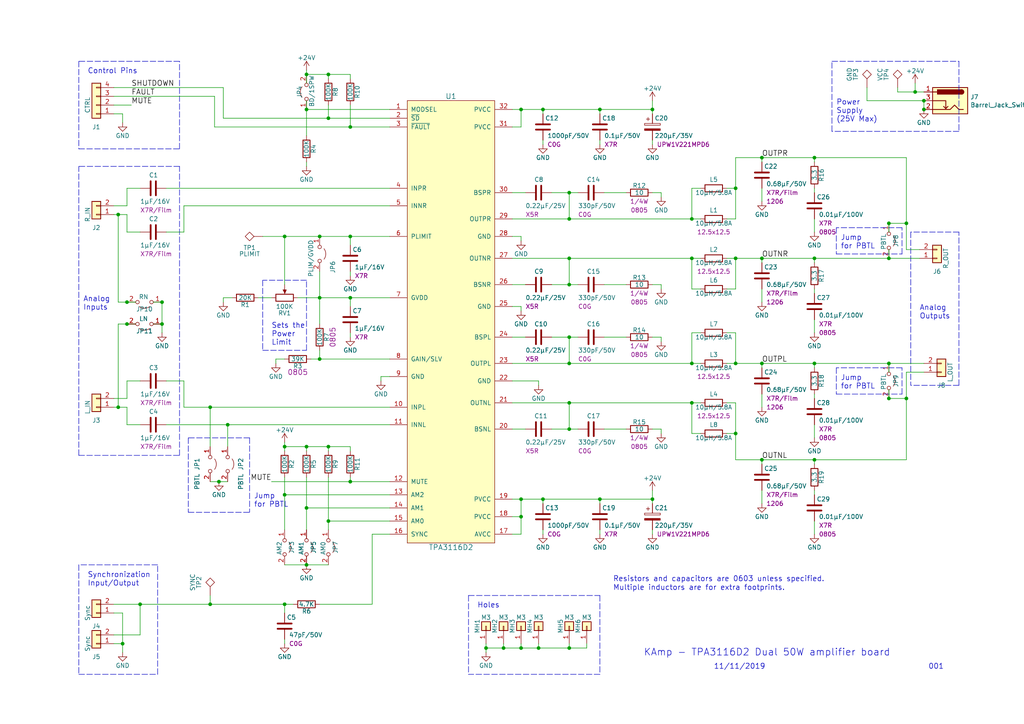
<source format=kicad_sch>
(kicad_sch (version 20210406) (generator eeschema)
  (paper "A4")
  (junction (at 34.29 62.23) (diameter 0.9144))
  (junction (at 34.29 118.11) (diameter 0.9144))
  (junction (at 35.56 186.69) (diameter 0.9144))
  (junction (at 36.83 87.63) (diameter 0.9144))
  (junction (at 36.83 93.98) (diameter 0.9144))
  (junction (at 40.64 175.26) (diameter 0.9144))
  (junction (at 46.99 87.63) (diameter 0.9144))
  (junction (at 46.99 93.98) (diameter 0.9144))
  (junction (at 60.96 118.11) (diameter 0.9144))
  (junction (at 60.96 175.26) (diameter 0.9144))
  (junction (at 63.5 139.7) (diameter 0.9144))
  (junction (at 66.04 123.19) (diameter 0.9144))
  (junction (at 82.55 68.58) (diameter 0.9144))
  (junction (at 82.55 129.54) (diameter 0.9144))
  (junction (at 82.55 143.51) (diameter 0.9144))
  (junction (at 82.55 175.26) (diameter 0.9144))
  (junction (at 88.9 21.59) (diameter 0.9144))
  (junction (at 88.9 31.75) (diameter 0.9144))
  (junction (at 88.9 129.54) (diameter 0.9144))
  (junction (at 88.9 147.32) (diameter 0.9144))
  (junction (at 88.9 163.83) (diameter 0.9144))
  (junction (at 92.71 68.58) (diameter 0.9144))
  (junction (at 92.71 86.36) (diameter 0.9144))
  (junction (at 92.71 104.14) (diameter 0.9144))
  (junction (at 95.25 21.59) (diameter 0.9144))
  (junction (at 95.25 34.29) (diameter 0.9144))
  (junction (at 95.25 129.54) (diameter 0.9144))
  (junction (at 95.25 151.13) (diameter 0.9144))
  (junction (at 101.6 36.83) (diameter 0.9144))
  (junction (at 101.6 68.58) (diameter 0.9144))
  (junction (at 101.6 86.36) (diameter 0.9144))
  (junction (at 101.6 139.7) (diameter 0.9144))
  (junction (at 140.97 187.96) (diameter 0.9144))
  (junction (at 146.05 187.96) (diameter 0.9144))
  (junction (at 151.13 31.75) (diameter 0.9144))
  (junction (at 151.13 144.78) (diameter 0.9144))
  (junction (at 151.13 149.86) (diameter 0.9144))
  (junction (at 151.13 187.96) (diameter 0.9144))
  (junction (at 156.21 187.96) (diameter 0.9144))
  (junction (at 157.48 31.75) (diameter 0.9144))
  (junction (at 157.48 144.78) (diameter 0.9144))
  (junction (at 165.1 55.88) (diameter 0.9144))
  (junction (at 165.1 63.5) (diameter 0.9144))
  (junction (at 165.1 74.93) (diameter 0.9144))
  (junction (at 165.1 82.55) (diameter 0.9144))
  (junction (at 165.1 97.79) (diameter 0.9144))
  (junction (at 165.1 105.41) (diameter 0.9144))
  (junction (at 165.1 116.84) (diameter 0.9144))
  (junction (at 165.1 124.46) (diameter 0.9144))
  (junction (at 165.1 187.96) (diameter 0.9144))
  (junction (at 173.99 31.75) (diameter 0.9144))
  (junction (at 173.99 144.78) (diameter 0.9144))
  (junction (at 189.23 31.75) (diameter 0.9144))
  (junction (at 189.23 144.78) (diameter 0.9144))
  (junction (at 200.66 63.5) (diameter 0.9144))
  (junction (at 200.66 74.93) (diameter 0.9144))
  (junction (at 200.66 105.41) (diameter 0.9144))
  (junction (at 200.66 116.84) (diameter 0.9144))
  (junction (at 213.36 54.61) (diameter 0.9144))
  (junction (at 213.36 74.93) (diameter 0.9144))
  (junction (at 213.36 105.41) (diameter 0.9144))
  (junction (at 213.36 125.73) (diameter 0.9144))
  (junction (at 220.98 45.72) (diameter 0.9144))
  (junction (at 220.98 74.93) (diameter 0.9144))
  (junction (at 220.98 105.41) (diameter 0.9144))
  (junction (at 220.98 133.35) (diameter 0.9144))
  (junction (at 236.22 45.72) (diameter 0.9144))
  (junction (at 236.22 74.93) (diameter 0.9144))
  (junction (at 236.22 105.41) (diameter 0.9144))
  (junction (at 236.22 133.35) (diameter 0.9144))
  (junction (at 257.81 64.77) (diameter 0.9144))
  (junction (at 257.81 74.93) (diameter 0.9144))
  (junction (at 257.81 105.41) (diameter 0.9144))
  (junction (at 257.81 115.57) (diameter 0.9144))
  (junction (at 262.89 64.77) (diameter 0.9144))
  (junction (at 262.89 115.57) (diameter 0.9144))
  (junction (at 265.43 26.67) (diameter 0.9144))
  (junction (at 267.97 29.21) (diameter 0.9144))
  (junction (at 267.97 31.75) (diameter 0.9144))
  (wire (pts (xy 33.02 25.4) (xy 64.77 25.4)))
  (wire (pts (xy 33.02 27.94) (xy 62.23 27.94)))
  (wire (pts (xy 33.02 59.69) (xy 36.83 59.69)))
  (wire (pts (xy 33.02 115.57) (xy 36.83 115.57)))
  (wire (pts (xy 33.02 175.26) (xy 40.64 175.26)))
  (wire (pts (xy 33.02 184.15) (xy 40.64 184.15)))
  (wire (pts (xy 33.02 186.69) (xy 35.56 186.69)))
  (wire (pts (xy 34.29 62.23) (xy 33.02 62.23)))
  (wire (pts (xy 34.29 62.23) (xy 34.29 87.63)))
  (wire (pts (xy 34.29 87.63) (xy 36.83 87.63)))
  (wire (pts (xy 34.29 93.98) (xy 36.83 93.98)))
  (wire (pts (xy 34.29 118.11) (xy 33.02 118.11)))
  (wire (pts (xy 34.29 118.11) (xy 34.29 93.98)))
  (wire (pts (xy 35.56 33.02) (xy 33.02 33.02)))
  (wire (pts (xy 35.56 35.56) (xy 35.56 33.02)))
  (wire (pts (xy 35.56 177.8) (xy 33.02 177.8)))
  (wire (pts (xy 35.56 186.69) (xy 35.56 177.8)))
  (wire (pts (xy 35.56 189.23) (xy 35.56 186.69)))
  (wire (pts (xy 36.83 54.61) (xy 40.64 54.61)))
  (wire (pts (xy 36.83 59.69) (xy 36.83 54.61)))
  (wire (pts (xy 36.83 62.23) (xy 34.29 62.23)))
  (wire (pts (xy 36.83 67.31) (xy 36.83 62.23)))
  (wire (pts (xy 36.83 87.63) (xy 39.37 87.63)))
  (wire (pts (xy 36.83 93.98) (xy 39.37 93.98)))
  (wire (pts (xy 36.83 110.49) (xy 40.64 110.49)))
  (wire (pts (xy 36.83 115.57) (xy 36.83 110.49)))
  (wire (pts (xy 36.83 118.11) (xy 34.29 118.11)))
  (wire (pts (xy 36.83 123.19) (xy 36.83 118.11)))
  (wire (pts (xy 38.1 30.48) (xy 33.02 30.48)))
  (wire (pts (xy 40.64 67.31) (xy 36.83 67.31)))
  (wire (pts (xy 40.64 123.19) (xy 36.83 123.19)))
  (wire (pts (xy 40.64 175.26) (xy 60.96 175.26)))
  (wire (pts (xy 40.64 184.15) (xy 40.64 175.26)))
  (wire (pts (xy 44.45 87.63) (xy 46.99 87.63)))
  (wire (pts (xy 46.99 87.63) (xy 46.99 93.98)))
  (wire (pts (xy 46.99 93.98) (xy 44.45 93.98)))
  (wire (pts (xy 46.99 93.98) (xy 46.99 96.52)))
  (wire (pts (xy 48.26 54.61) (xy 113.03 54.61)))
  (wire (pts (xy 48.26 123.19) (xy 66.04 123.19)))
  (wire (pts (xy 53.34 59.69) (xy 113.03 59.69)))
  (wire (pts (xy 53.34 67.31) (xy 48.26 67.31)))
  (wire (pts (xy 53.34 67.31) (xy 53.34 59.69)))
  (wire (pts (xy 53.34 110.49) (xy 48.26 110.49)))
  (wire (pts (xy 53.34 110.49) (xy 53.34 118.11)))
  (wire (pts (xy 53.34 118.11) (xy 60.96 118.11)))
  (wire (pts (xy 60.96 118.11) (xy 60.96 129.54)))
  (wire (pts (xy 60.96 118.11) (xy 113.03 118.11)))
  (wire (pts (xy 60.96 139.7) (xy 63.5 139.7)))
  (wire (pts (xy 60.96 172.72) (xy 60.96 175.26)))
  (wire (pts (xy 60.96 175.26) (xy 82.55 175.26)))
  (wire (pts (xy 62.23 27.94) (xy 62.23 36.83)))
  (wire (pts (xy 62.23 36.83) (xy 101.6 36.83)))
  (wire (pts (xy 63.5 139.7) (xy 66.04 139.7)))
  (wire (pts (xy 64.77 25.4) (xy 64.77 34.29)))
  (wire (pts (xy 64.77 34.29) (xy 95.25 34.29)))
  (wire (pts (xy 64.77 86.36) (xy 64.77 87.63)))
  (wire (pts (xy 66.04 123.19) (xy 113.03 123.19)))
  (wire (pts (xy 66.04 129.54) (xy 66.04 123.19)))
  (wire (pts (xy 67.31 86.36) (xy 64.77 86.36)))
  (wire (pts (xy 74.93 86.36) (xy 78.74 86.36)))
  (wire (pts (xy 76.2 68.58) (xy 82.55 68.58)))
  (wire (pts (xy 78.74 139.7) (xy 101.6 139.7)))
  (wire (pts (xy 80.01 104.14) (xy 80.01 105.41)))
  (wire (pts (xy 82.55 68.58) (xy 82.55 82.55)))
  (wire (pts (xy 82.55 68.58) (xy 92.71 68.58)))
  (wire (pts (xy 82.55 104.14) (xy 80.01 104.14)))
  (wire (pts (xy 82.55 128.27) (xy 82.55 129.54)))
  (wire (pts (xy 82.55 129.54) (xy 82.55 130.81)))
  (wire (pts (xy 82.55 129.54) (xy 88.9 129.54)))
  (wire (pts (xy 82.55 138.43) (xy 82.55 143.51)))
  (wire (pts (xy 82.55 143.51) (xy 82.55 153.67)))
  (wire (pts (xy 82.55 163.83) (xy 88.9 163.83)))
  (wire (pts (xy 82.55 175.26) (xy 82.55 177.8)))
  (wire (pts (xy 82.55 175.26) (xy 85.09 175.26)))
  (wire (pts (xy 82.55 186.69) (xy 82.55 185.42)))
  (wire (pts (xy 86.36 86.36) (xy 92.71 86.36)))
  (wire (pts (xy 88.9 20.32) (xy 88.9 21.59)))
  (wire (pts (xy 88.9 21.59) (xy 88.9 24.13)))
  (wire (pts (xy 88.9 21.59) (xy 95.25 21.59)))
  (wire (pts (xy 88.9 29.21) (xy 88.9 31.75)))
  (wire (pts (xy 88.9 31.75) (xy 88.9 39.37)))
  (wire (pts (xy 88.9 31.75) (xy 113.03 31.75)))
  (wire (pts (xy 88.9 48.26) (xy 88.9 46.99)))
  (wire (pts (xy 88.9 129.54) (xy 95.25 129.54)))
  (wire (pts (xy 88.9 130.81) (xy 88.9 129.54)))
  (wire (pts (xy 88.9 147.32) (xy 88.9 138.43)))
  (wire (pts (xy 88.9 153.67) (xy 88.9 147.32)))
  (wire (pts (xy 88.9 163.83) (xy 95.25 163.83)))
  (wire (pts (xy 90.17 104.14) (xy 92.71 104.14)))
  (wire (pts (xy 92.71 68.58) (xy 101.6 68.58)))
  (wire (pts (xy 92.71 78.74) (xy 92.71 86.36)))
  (wire (pts (xy 92.71 86.36) (xy 92.71 93.98)))
  (wire (pts (xy 92.71 86.36) (xy 101.6 86.36)))
  (wire (pts (xy 92.71 101.6) (xy 92.71 104.14)))
  (wire (pts (xy 92.71 104.14) (xy 113.03 104.14)))
  (wire (pts (xy 92.71 175.26) (xy 107.95 175.26)))
  (wire (pts (xy 95.25 21.59) (xy 101.6 21.59)))
  (wire (pts (xy 95.25 22.86) (xy 95.25 21.59)))
  (wire (pts (xy 95.25 34.29) (xy 95.25 30.48)))
  (wire (pts (xy 95.25 34.29) (xy 113.03 34.29)))
  (wire (pts (xy 95.25 129.54) (xy 101.6 129.54)))
  (wire (pts (xy 95.25 130.81) (xy 95.25 129.54)))
  (wire (pts (xy 95.25 138.43) (xy 95.25 151.13)))
  (wire (pts (xy 95.25 151.13) (xy 95.25 153.67)))
  (wire (pts (xy 101.6 21.59) (xy 101.6 22.86)))
  (wire (pts (xy 101.6 30.48) (xy 101.6 36.83)))
  (wire (pts (xy 101.6 36.83) (xy 113.03 36.83)))
  (wire (pts (xy 101.6 68.58) (xy 101.6 71.12)))
  (wire (pts (xy 101.6 68.58) (xy 113.03 68.58)))
  (wire (pts (xy 101.6 80.01) (xy 101.6 78.74)))
  (wire (pts (xy 101.6 86.36) (xy 101.6 88.9)))
  (wire (pts (xy 101.6 86.36) (xy 113.03 86.36)))
  (wire (pts (xy 101.6 97.79) (xy 101.6 96.52)))
  (wire (pts (xy 101.6 129.54) (xy 101.6 130.81)))
  (wire (pts (xy 101.6 139.7) (xy 101.6 138.43)))
  (wire (pts (xy 101.6 139.7) (xy 113.03 139.7)))
  (wire (pts (xy 107.95 154.94) (xy 113.03 154.94)))
  (wire (pts (xy 107.95 175.26) (xy 107.95 154.94)))
  (wire (pts (xy 110.49 109.22) (xy 110.49 110.49)))
  (wire (pts (xy 113.03 109.22) (xy 110.49 109.22)))
  (wire (pts (xy 113.03 143.51) (xy 82.55 143.51)))
  (wire (pts (xy 113.03 147.32) (xy 88.9 147.32)))
  (wire (pts (xy 113.03 151.13) (xy 95.25 151.13)))
  (wire (pts (xy 140.97 187.96) (xy 140.97 186.69)))
  (wire (pts (xy 140.97 187.96) (xy 146.05 187.96)))
  (wire (pts (xy 140.97 189.23) (xy 140.97 187.96)))
  (wire (pts (xy 146.05 186.69) (xy 146.05 187.96)))
  (wire (pts (xy 146.05 187.96) (xy 151.13 187.96)))
  (wire (pts (xy 148.59 31.75) (xy 151.13 31.75)))
  (wire (pts (xy 148.59 36.83) (xy 151.13 36.83)))
  (wire (pts (xy 148.59 63.5) (xy 165.1 63.5)))
  (wire (pts (xy 148.59 74.93) (xy 165.1 74.93)))
  (wire (pts (xy 148.59 105.41) (xy 165.1 105.41)))
  (wire (pts (xy 148.59 110.49) (xy 156.21 110.49)))
  (wire (pts (xy 148.59 144.78) (xy 151.13 144.78)))
  (wire (pts (xy 148.59 149.86) (xy 151.13 149.86)))
  (wire (pts (xy 148.59 154.94) (xy 151.13 154.94)))
  (wire (pts (xy 151.13 31.75) (xy 157.48 31.75)))
  (wire (pts (xy 151.13 36.83) (xy 151.13 31.75)))
  (wire (pts (xy 151.13 68.58) (xy 148.59 68.58)))
  (wire (pts (xy 151.13 68.58) (xy 151.13 69.85)))
  (wire (pts (xy 151.13 88.9) (xy 148.59 88.9)))
  (wire (pts (xy 151.13 88.9) (xy 151.13 90.17)))
  (wire (pts (xy 151.13 144.78) (xy 157.48 144.78)))
  (wire (pts (xy 151.13 149.86) (xy 151.13 144.78)))
  (wire (pts (xy 151.13 154.94) (xy 151.13 149.86)))
  (wire (pts (xy 151.13 186.69) (xy 151.13 187.96)))
  (wire (pts (xy 151.13 187.96) (xy 156.21 187.96)))
  (wire (pts (xy 152.4 55.88) (xy 148.59 55.88)))
  (wire (pts (xy 152.4 82.55) (xy 148.59 82.55)))
  (wire (pts (xy 152.4 97.79) (xy 148.59 97.79)))
  (wire (pts (xy 152.4 124.46) (xy 148.59 124.46)))
  (wire (pts (xy 156.21 110.49) (xy 156.21 111.76)))
  (wire (pts (xy 156.21 186.69) (xy 156.21 187.96)))
  (wire (pts (xy 156.21 187.96) (xy 165.1 187.96)))
  (wire (pts (xy 157.48 31.75) (xy 157.48 33.02)))
  (wire (pts (xy 157.48 31.75) (xy 173.99 31.75)))
  (wire (pts (xy 157.48 41.91) (xy 157.48 40.64)))
  (wire (pts (xy 157.48 144.78) (xy 157.48 146.05)))
  (wire (pts (xy 157.48 144.78) (xy 173.99 144.78)))
  (wire (pts (xy 157.48 154.94) (xy 157.48 153.67)))
  (wire (pts (xy 160.02 55.88) (xy 165.1 55.88)))
  (wire (pts (xy 160.02 82.55) (xy 165.1 82.55)))
  (wire (pts (xy 160.02 97.79) (xy 165.1 97.79)))
  (wire (pts (xy 160.02 124.46) (xy 165.1 124.46)))
  (wire (pts (xy 165.1 55.88) (xy 165.1 63.5)))
  (wire (pts (xy 165.1 55.88) (xy 167.64 55.88)))
  (wire (pts (xy 165.1 63.5) (xy 200.66 63.5)))
  (wire (pts (xy 165.1 74.93) (xy 165.1 82.55)))
  (wire (pts (xy 165.1 74.93) (xy 200.66 74.93)))
  (wire (pts (xy 165.1 82.55) (xy 167.64 82.55)))
  (wire (pts (xy 165.1 97.79) (xy 165.1 105.41)))
  (wire (pts (xy 165.1 97.79) (xy 167.64 97.79)))
  (wire (pts (xy 165.1 105.41) (xy 200.66 105.41)))
  (wire (pts (xy 165.1 116.84) (xy 148.59 116.84)))
  (wire (pts (xy 165.1 116.84) (xy 165.1 124.46)))
  (wire (pts (xy 165.1 124.46) (xy 167.64 124.46)))
  (wire (pts (xy 165.1 186.69) (xy 165.1 187.96)))
  (wire (pts (xy 165.1 187.96) (xy 170.18 187.96)))
  (wire (pts (xy 170.18 187.96) (xy 170.18 186.69)))
  (wire (pts (xy 173.99 31.75) (xy 173.99 33.02)))
  (wire (pts (xy 173.99 31.75) (xy 189.23 31.75)))
  (wire (pts (xy 173.99 41.91) (xy 173.99 40.64)))
  (wire (pts (xy 173.99 144.78) (xy 189.23 144.78)))
  (wire (pts (xy 173.99 146.05) (xy 173.99 144.78)))
  (wire (pts (xy 173.99 154.94) (xy 173.99 153.67)))
  (wire (pts (xy 175.26 55.88) (xy 181.61 55.88)))
  (wire (pts (xy 175.26 82.55) (xy 181.61 82.55)))
  (wire (pts (xy 175.26 97.79) (xy 181.61 97.79)))
  (wire (pts (xy 175.26 124.46) (xy 181.61 124.46)))
  (wire (pts (xy 189.23 29.21) (xy 189.23 31.75)))
  (wire (pts (xy 189.23 31.75) (xy 189.23 33.02)))
  (wire (pts (xy 189.23 41.91) (xy 189.23 40.64)))
  (wire (pts (xy 189.23 55.88) (xy 191.77 55.88)))
  (wire (pts (xy 189.23 82.55) (xy 191.77 82.55)))
  (wire (pts (xy 189.23 97.79) (xy 191.77 97.79)))
  (wire (pts (xy 189.23 124.46) (xy 191.77 124.46)))
  (wire (pts (xy 189.23 142.24) (xy 189.23 144.78)))
  (wire (pts (xy 189.23 144.78) (xy 189.23 146.05)))
  (wire (pts (xy 189.23 154.94) (xy 189.23 153.67)))
  (wire (pts (xy 191.77 55.88) (xy 191.77 57.15)))
  (wire (pts (xy 191.77 82.55) (xy 191.77 83.82)))
  (wire (pts (xy 191.77 97.79) (xy 191.77 99.06)))
  (wire (pts (xy 191.77 124.46) (xy 191.77 125.73)))
  (wire (pts (xy 200.66 54.61) (xy 200.66 63.5)))
  (wire (pts (xy 200.66 63.5) (xy 203.2 63.5)))
  (wire (pts (xy 200.66 74.93) (xy 203.2 74.93)))
  (wire (pts (xy 200.66 83.82) (xy 200.66 74.93)))
  (wire (pts (xy 200.66 96.52) (xy 200.66 105.41)))
  (wire (pts (xy 200.66 105.41) (xy 203.2 105.41)))
  (wire (pts (xy 200.66 116.84) (xy 165.1 116.84)))
  (wire (pts (xy 200.66 125.73) (xy 200.66 116.84)))
  (wire (pts (xy 203.2 54.61) (xy 200.66 54.61)))
  (wire (pts (xy 203.2 83.82) (xy 200.66 83.82)))
  (wire (pts (xy 203.2 96.52) (xy 200.66 96.52)))
  (wire (pts (xy 203.2 116.84) (xy 200.66 116.84)))
  (wire (pts (xy 203.2 125.73) (xy 200.66 125.73)))
  (wire (pts (xy 210.82 54.61) (xy 213.36 54.61)))
  (wire (pts (xy 210.82 74.93) (xy 213.36 74.93)))
  (wire (pts (xy 210.82 96.52) (xy 213.36 96.52)))
  (wire (pts (xy 210.82 116.84) (xy 213.36 116.84)))
  (wire (pts (xy 210.82 125.73) (xy 213.36 125.73)))
  (wire (pts (xy 213.36 45.72) (xy 213.36 54.61)))
  (wire (pts (xy 213.36 54.61) (xy 213.36 63.5)))
  (wire (pts (xy 213.36 63.5) (xy 210.82 63.5)))
  (wire (pts (xy 213.36 74.93) (xy 213.36 83.82)))
  (wire (pts (xy 213.36 74.93) (xy 220.98 74.93)))
  (wire (pts (xy 213.36 83.82) (xy 210.82 83.82)))
  (wire (pts (xy 213.36 96.52) (xy 213.36 105.41)))
  (wire (pts (xy 213.36 105.41) (xy 210.82 105.41)))
  (wire (pts (xy 213.36 116.84) (xy 213.36 125.73)))
  (wire (pts (xy 213.36 125.73) (xy 213.36 133.35)))
  (wire (pts (xy 220.98 45.72) (xy 213.36 45.72)))
  (wire (pts (xy 220.98 45.72) (xy 220.98 46.99)))
  (wire (pts (xy 220.98 54.61) (xy 220.98 58.42)))
  (wire (pts (xy 220.98 74.93) (xy 220.98 76.2)))
  (wire (pts (xy 220.98 74.93) (xy 236.22 74.93)))
  (wire (pts (xy 220.98 83.82) (xy 220.98 87.63)))
  (wire (pts (xy 220.98 105.41) (xy 213.36 105.41)))
  (wire (pts (xy 220.98 105.41) (xy 220.98 106.68)))
  (wire (pts (xy 220.98 114.3) (xy 220.98 118.11)))
  (wire (pts (xy 220.98 133.35) (xy 213.36 133.35)))
  (wire (pts (xy 220.98 133.35) (xy 220.98 134.62)))
  (wire (pts (xy 220.98 142.24) (xy 220.98 146.05)))
  (wire (pts (xy 236.22 45.72) (xy 220.98 45.72)))
  (wire (pts (xy 236.22 45.72) (xy 236.22 46.99)))
  (wire (pts (xy 236.22 55.88) (xy 236.22 54.61)))
  (wire (pts (xy 236.22 63.5) (xy 236.22 67.31)))
  (wire (pts (xy 236.22 74.93) (xy 236.22 76.2)))
  (wire (pts (xy 236.22 74.93) (xy 257.81 74.93)))
  (wire (pts (xy 236.22 85.09) (xy 236.22 83.82)))
  (wire (pts (xy 236.22 92.71) (xy 236.22 96.52)))
  (wire (pts (xy 236.22 105.41) (xy 220.98 105.41)))
  (wire (pts (xy 236.22 105.41) (xy 236.22 106.68)))
  (wire (pts (xy 236.22 115.57) (xy 236.22 114.3)))
  (wire (pts (xy 236.22 123.19) (xy 236.22 127)))
  (wire (pts (xy 236.22 133.35) (xy 220.98 133.35)))
  (wire (pts (xy 236.22 133.35) (xy 236.22 134.62)))
  (wire (pts (xy 236.22 143.51) (xy 236.22 142.24)))
  (wire (pts (xy 236.22 151.13) (xy 236.22 154.94)))
  (wire (pts (xy 251.46 29.21) (xy 251.46 25.4)))
  (wire (pts (xy 251.46 29.21) (xy 267.97 29.21)))
  (wire (pts (xy 257.81 64.77) (xy 262.89 64.77)))
  (wire (pts (xy 257.81 67.31) (xy 257.81 64.77)))
  (wire (pts (xy 257.81 72.39) (xy 257.81 74.93)))
  (wire (pts (xy 257.81 74.93) (xy 266.7 74.93)))
  (wire (pts (xy 257.81 105.41) (xy 236.22 105.41)))
  (wire (pts (xy 257.81 107.95) (xy 257.81 105.41)))
  (wire (pts (xy 257.81 113.03) (xy 257.81 115.57)))
  (wire (pts (xy 257.81 115.57) (xy 262.89 115.57)))
  (wire (pts (xy 260.35 26.67) (xy 260.35 25.4)))
  (wire (pts (xy 260.35 26.67) (xy 265.43 26.67)))
  (wire (pts (xy 262.89 45.72) (xy 236.22 45.72)))
  (wire (pts (xy 262.89 64.77) (xy 262.89 45.72)))
  (wire (pts (xy 262.89 72.39) (xy 262.89 64.77)))
  (wire (pts (xy 262.89 107.95) (xy 262.89 115.57)))
  (wire (pts (xy 262.89 107.95) (xy 267.97 107.95)))
  (wire (pts (xy 262.89 115.57) (xy 262.89 133.35)))
  (wire (pts (xy 262.89 133.35) (xy 236.22 133.35)))
  (wire (pts (xy 265.43 26.67) (xy 265.43 24.13)))
  (wire (pts (xy 265.43 26.67) (xy 267.97 26.67)))
  (wire (pts (xy 266.7 72.39) (xy 262.89 72.39)))
  (wire (pts (xy 267.97 31.75) (xy 267.97 29.21)))
  (wire (pts (xy 267.97 105.41) (xy 257.81 105.41)))
  (polyline (pts (xy 22.86 17.78) (xy 22.86 43.18)) (stroke (width 0) (type dash)))
  (polyline (pts (xy 22.86 43.18) (xy 52.07 43.18)) (stroke (width 0) (type dash)))
  (polyline (pts (xy 22.86 132.08) (xy 22.86 48.26)) (stroke (width 0) (type dash)))
  (polyline (pts (xy 22.86 132.08) (xy 52.07 132.08)) (stroke (width 0) (type dash)))
  (polyline (pts (xy 22.86 163.83) (xy 22.86 195.58)) (stroke (width 0) (type dash)))
  (polyline (pts (xy 22.86 195.58) (xy 45.72 195.58)) (stroke (width 0) (type dash)))
  (polyline (pts (xy 45.72 163.83) (xy 22.86 163.83)) (stroke (width 0) (type dash)))
  (polyline (pts (xy 45.72 195.58) (xy 45.72 163.83)) (stroke (width 0) (type dash)))
  (polyline (pts (xy 52.07 17.78) (xy 22.86 17.78)) (stroke (width 0) (type dash)))
  (polyline (pts (xy 52.07 43.18) (xy 52.07 17.78)) (stroke (width 0) (type dash)))
  (polyline (pts (xy 52.07 48.26) (xy 22.86 48.26)) (stroke (width 0) (type dash)))
  (polyline (pts (xy 52.07 132.08) (xy 52.07 48.26)) (stroke (width 0) (type dash)))
  (polyline (pts (xy 54.61 127) (xy 54.61 148.59)) (stroke (width 0) (type dash)))
  (polyline (pts (xy 54.61 148.59) (xy 72.39 148.59)) (stroke (width 0) (type dash)))
  (polyline (pts (xy 72.39 127) (xy 54.61 127)) (stroke (width 0) (type dash)))
  (polyline (pts (xy 72.39 127) (xy 72.39 148.59)) (stroke (width 0) (type dash)))
  (polyline (pts (xy 76.2 81.28) (xy 76.2 101.6)) (stroke (width 0) (type dash)))
  (polyline (pts (xy 76.2 101.6) (xy 88.9 101.6)) (stroke (width 0) (type dash)))
  (polyline (pts (xy 88.9 81.28) (xy 76.2 81.28)) (stroke (width 0) (type dash)))
  (polyline (pts (xy 88.9 101.6) (xy 88.9 81.28)) (stroke (width 0) (type dash)))
  (polyline (pts (xy 135.89 172.72) (xy 135.89 195.58)) (stroke (width 0) (type dash)))
  (polyline (pts (xy 135.89 172.72) (xy 173.99 172.72)) (stroke (width 0) (type dash)))
  (polyline (pts (xy 173.99 172.72) (xy 173.99 195.58)) (stroke (width 0) (type dash)))
  (polyline (pts (xy 173.99 195.58) (xy 135.89 195.58)) (stroke (width 0) (type dash)))
  (polyline (pts (xy 241.3 17.78) (xy 278.13 17.78)) (stroke (width 0) (type dash)))
  (polyline (pts (xy 241.3 38.1) (xy 241.3 17.78)) (stroke (width 0) (type dash)))
  (polyline (pts (xy 242.57 66.04) (xy 242.57 73.66)) (stroke (width 0) (type dash)))
  (polyline (pts (xy 242.57 73.66) (xy 261.62 73.66)) (stroke (width 0) (type dash)))
  (polyline (pts (xy 242.57 106.68) (xy 242.57 114.3)) (stroke (width 0) (type dash)))
  (polyline (pts (xy 242.57 114.3) (xy 261.62 114.3)) (stroke (width 0) (type dash)))
  (polyline (pts (xy 261.62 66.04) (xy 242.57 66.04)) (stroke (width 0) (type dash)))
  (polyline (pts (xy 261.62 73.66) (xy 261.62 66.04)) (stroke (width 0) (type dash)))
  (polyline (pts (xy 261.62 106.68) (xy 242.57 106.68)) (stroke (width 0) (type dash)))
  (polyline (pts (xy 261.62 114.3) (xy 261.62 106.68)) (stroke (width 0) (type dash)))
  (polyline (pts (xy 264.16 67.31) (xy 264.16 111.76)) (stroke (width 0) (type dash)))
  (polyline (pts (xy 278.13 17.78) (xy 278.13 38.1)) (stroke (width 0) (type dash)))
  (polyline (pts (xy 278.13 38.1) (xy 241.3 38.1)) (stroke (width 0) (type dash)))
  (polyline (pts (xy 278.13 67.31) (xy 264.16 67.31)) (stroke (width 0) (type dash)))
  (polyline (pts (xy 278.13 111.76) (xy 264.16 111.76)) (stroke (width 0) (type dash)))
  (polyline (pts (xy 278.13 111.76) (xy 278.13 67.31)) (stroke (width 0) (type dash)))
  (text "Analog\nInputs" (at 24.13 90.17 0) (effects (font (size 1.524 1.524)) (justify left bottom)))
  (text "Control Pins" (at 25.4 21.59 0) (effects (font (size 1.524 1.524)) (justify left bottom)))
  (text "Synchronization\nInput/Output" (at 25.4 170.18 0) (effects (font (size 1.524 1.524)) (justify left bottom)))
  (text "Jump\nfor PBTL" (at 73.66 147.32 0) (effects (font (size 1.524 1.524)) (justify left bottom)))
  (text "Sets the\nPower\nLimit" (at 78.74 100.33 0) (effects (font (size 1.524 1.524)) (justify left bottom)))
  (text "Holes" (at 138.43 176.53 0) (effects (font (size 1.524 1.524)) (justify left bottom)))
  (text "Resistors and capacitors are 0603 unless specified." (at 177.8 168.91 0) (effects (font (size 1.524 1.524)) (justify left bottom)))
  (text "Multiple inductors are for extra footprints." (at 177.8 171.45 0) (effects (font (size 1.524 1.524)) (justify left bottom)))
  (text "KAmp - TPA3116D2 Dual 50W amplifier board" (at 186.69 190.5 0) (effects (font (size 2.0066 2.0066)) (justify left bottom)))
  (text "11/11/2019" (at 207.01 194.31 0) (effects (font (size 1.524 1.524)) (justify left bottom)))
  (text "Power\nSupply\n(25V Max)" (at 242.57 35.56 0) (effects (font (size 1.524 1.524)) (justify left bottom)))
  (text "Jump\nfor PBTL" (at 243.84 72.39 0) (effects (font (size 1.524 1.524)) (justify left bottom)))
  (text "Jump\nfor PBTL" (at 243.84 113.03 0) (effects (font (size 1.524 1.524)) (justify left bottom)))
  (text "Analog\nOutputs" (at 266.7 92.71 0) (effects (font (size 1.524 1.524)) (justify left bottom)))
  (text "001" (at 269.24 194.31 0) (effects (font (size 1.524 1.524)) (justify left bottom)))
  (label "SHUTDOWN" (at 38.1 25.4 0) (effects (font (size 1.524 1.524))))
  (label "FAULT" (at 38.1 27.94 0) (effects (font (size 1.524 1.524))))
  (label "MUTE" (at 38.1 30.48 0) (effects (font (size 1.524 1.524))))
  (label "MUTE" (at 78.74 139.7 180) (effects (font (size 1.524 1.524))))
  (label "OUTPR" (at 220.98 45.72 0) (effects (font (size 1.524 1.524))))
  (label "OUTNR" (at 220.98 74.93 0) (effects (font (size 1.524 1.524))))
  (label "OUTPL" (at 220.98 105.41 0) (effects (font (size 1.524 1.524))))
  (label "OUTNL" (at 220.98 133.35 0) (effects (font (size 1.524 1.524))))
  (symbol (lib_id "power:+24V") (at 82.55 128.27 0) (unit 1)
    (property "Reference" "#PWR030" (effects hide))
    (property "Value" "+24V" (at 82.55 124.714 0))
  )
  (symbol (lib_id "power:+24V") (at 88.9 20.32 0) (unit 1)
    (property "Reference" "#PWR02" (effects hide))
    (property "Value" "+24V" (at 88.9 16.764 0))
  )
  (symbol (lib_id "power:+24V") (at 189.23 29.21 0) (unit 1)
    (property "Reference" "#PWR029" (effects hide))
    (property "Value" "+24V" (at 189.23 25.654 0))
  )
  (symbol (lib_id "power:+24V") (at 189.23 142.24 0) (unit 1)
    (property "Reference" "#PWR025" (effects hide))
    (property "Value" "+24V" (at 189.23 138.684 0))
  )
  (symbol (lib_id "power:+24V") (at 265.43 24.13 0) (unit 1)
    (property "Reference" "#PWR037" (effects hide))
    (property "Value" "+24V" (at 265.43 20.574 0))
  )
  (symbol (lib_id "power:GND") (at 35.56 35.56 0) (unit 1)
    (property "Reference" "#PWR035" (effects hide))
    (property "Value" "GND" (at 35.56 39.37 0))
  )
  (symbol (lib_id "power:GND") (at 35.56 189.23 0) (unit 1)
    (property "Reference" "#PWR034" (effects hide))
    (property "Value" "GND" (at 35.56 193.04 0))
  )
  (symbol (lib_id "power:GND") (at 46.99 96.52 0) (unit 1)
    (property "Reference" "#PWR039" (effects hide))
    (property "Value" "GND" (at 46.99 100.33 0))
  )
  (symbol (lib_id "power:GND") (at 63.5 139.7 0) (unit 1)
    (property "Reference" "#PWR032" (effects hide))
    (property "Value" "GND" (at 63.5 143.51 0))
  )
  (symbol (lib_id "power:GND") (at 64.77 87.63 0) (unit 1)
    (property "Reference" "#PWR04" (effects hide))
    (property "Value" "GND" (at 64.77 91.44 0))
  )
  (symbol (lib_id "power:GND") (at 80.01 105.41 0) (unit 1)
    (property "Reference" "#PWR05" (effects hide))
    (property "Value" "GND" (at 80.01 109.22 0))
  )
  (symbol (lib_id "power:GND") (at 82.55 186.69 0) (unit 1)
    (property "Reference" "#PWR033" (effects hide))
    (property "Value" "GND" (at 82.55 190.5 0))
  )
  (symbol (lib_id "power:GND") (at 88.9 48.26 0) (unit 1)
    (property "Reference" "#PWR024" (effects hide))
    (property "Value" "GND" (at 88.9 52.07 0))
  )
  (symbol (lib_id "power:GND") (at 88.9 163.83 0) (unit 1)
    (property "Reference" "#PWR031" (effects hide))
    (property "Value" "GND" (at 88.9 167.64 0))
  )
  (symbol (lib_id "power:GND") (at 101.6 80.01 0) (unit 1)
    (property "Reference" "#PWR03" (effects hide))
    (property "Value" "GND" (at 101.6 83.82 0))
  )
  (symbol (lib_id "power:GND") (at 101.6 97.79 0) (unit 1)
    (property "Reference" "#PWR06" (effects hide))
    (property "Value" "GND" (at 101.6 101.6 0))
  )
  (symbol (lib_id "power:GND") (at 110.49 110.49 0) (unit 1)
    (property "Reference" "#PWR01" (effects hide))
    (property "Value" "GND" (at 110.49 114.3 0))
  )
  (symbol (lib_id "power:GND") (at 140.97 189.23 0) (unit 1)
    (property "Reference" "#PWR0101" (effects hide))
    (property "Value" "GND" (at 140.97 193.04 0))
  )
  (symbol (lib_id "power:GND") (at 151.13 69.85 0) (unit 1)
    (property "Reference" "#PWR020" (effects hide))
    (property "Value" "GND" (at 151.13 73.66 0))
  )
  (symbol (lib_id "power:GND") (at 151.13 90.17 0) (unit 1)
    (property "Reference" "#PWR036" (effects hide))
    (property "Value" "GND" (at 151.13 93.98 0))
  )
  (symbol (lib_id "power:GND") (at 156.21 111.76 0) (unit 1)
    (property "Reference" "#PWR013" (effects hide))
    (property "Value" "GND" (at 156.21 115.57 0))
  )
  (symbol (lib_id "power:GND") (at 157.48 41.91 0) (unit 1)
    (property "Reference" "#PWR028" (effects hide))
    (property "Value" "GND" (at 157.48 45.72 0))
  )
  (symbol (lib_id "power:GND") (at 157.48 154.94 0) (unit 1)
    (property "Reference" "#PWR023" (effects hide))
    (property "Value" "GND" (at 157.48 158.75 0))
  )
  (symbol (lib_id "power:GND") (at 173.99 41.91 0) (unit 1)
    (property "Reference" "#PWR027" (effects hide))
    (property "Value" "GND" (at 173.99 45.72 0))
  )
  (symbol (lib_id "power:GND") (at 173.99 154.94 0) (unit 1)
    (property "Reference" "#PWR022" (effects hide))
    (property "Value" "GND" (at 173.99 158.75 0))
  )
  (symbol (lib_id "power:GND") (at 189.23 41.91 0) (unit 1)
    (property "Reference" "#PWR026" (effects hide))
    (property "Value" "GND" (at 189.23 45.72 0))
  )
  (symbol (lib_id "power:GND") (at 189.23 154.94 0) (unit 1)
    (property "Reference" "#PWR021" (effects hide))
    (property "Value" "GND" (at 189.23 158.75 0))
  )
  (symbol (lib_id "power:GND") (at 191.77 57.15 0) (unit 1)
    (property "Reference" "#PWR015" (effects hide))
    (property "Value" "GND" (at 191.77 60.96 0))
  )
  (symbol (lib_id "power:GND") (at 191.77 83.82 0) (unit 1)
    (property "Reference" "#PWR014" (effects hide))
    (property "Value" "GND" (at 191.77 87.63 0))
  )
  (symbol (lib_id "power:GND") (at 191.77 99.06 0) (unit 1)
    (property "Reference" "#PWR08" (effects hide))
    (property "Value" "GND" (at 191.77 102.87 0))
  )
  (symbol (lib_id "power:GND") (at 191.77 125.73 0) (unit 1)
    (property "Reference" "#PWR07" (effects hide))
    (property "Value" "GND" (at 191.77 129.54 0))
  )
  (symbol (lib_id "power:GND") (at 220.98 58.42 0) (unit 1)
    (property "Reference" "#PWR016" (effects hide))
    (property "Value" "GND" (at 220.98 62.23 0))
  )
  (symbol (lib_id "power:GND") (at 220.98 87.63 0) (unit 1)
    (property "Reference" "#PWR018" (effects hide))
    (property "Value" "GND" (at 220.98 91.44 0))
  )
  (symbol (lib_id "power:GND") (at 220.98 118.11 0) (unit 1)
    (property "Reference" "#PWR09" (effects hide))
    (property "Value" "GND" (at 220.98 121.92 0))
  )
  (symbol (lib_id "power:GND") (at 220.98 146.05 0) (unit 1)
    (property "Reference" "#PWR011" (effects hide))
    (property "Value" "GND" (at 220.98 149.86 0))
  )
  (symbol (lib_id "power:GND") (at 236.22 67.31 0) (unit 1)
    (property "Reference" "#PWR017" (effects hide))
    (property "Value" "GND" (at 236.22 71.12 0))
  )
  (symbol (lib_id "power:GND") (at 236.22 96.52 0) (unit 1)
    (property "Reference" "#PWR019" (effects hide))
    (property "Value" "GND" (at 236.22 100.33 0))
  )
  (symbol (lib_id "power:GND") (at 236.22 127 0) (unit 1)
    (property "Reference" "#PWR010" (effects hide))
    (property "Value" "GND" (at 236.22 130.81 0))
  )
  (symbol (lib_id "power:GND") (at 236.22 154.94 0) (unit 1)
    (property "Reference" "#PWR012" (effects hide))
    (property "Value" "GND" (at 236.22 158.75 0))
  )
  (symbol (lib_id "power:GND") (at 267.97 31.75 0) (unit 1)
    (property "Reference" "#PWR038" (effects hide))
    (property "Value" "GND" (at 267.97 35.56 0))
  )
  (symbol (lib_id "KAmp_TPA3116D2-rescue:TEST") (at 60.96 172.72 0) (unit 1)
    (property "Reference" "TP2" (at 58.42 168.91 90) (effects (justify bottom)))
    (property "Value" "SYNC" (at 55.88 168.91 90))
    (property "Footprint" "TestPoint:TestPoint_2Pads_Pitch2.54mm_Drill0.8mm" (effects hide))
  )
  (symbol (lib_id "KAmp_TPA3116D2-rescue:TEST") (at 76.2 68.58 90) (unit 1)
    (property "Reference" "TP1" (at 72.39 71.12 90) (effects (justify bottom)))
    (property "Value" "PLIMIT" (at 72.39 73.66 90))
    (property "Footprint" "TestPoint:TestPoint_2Pads_Pitch2.54mm_Drill0.8mm" (effects hide))
  )
  (symbol (lib_id "KAmp_TPA3116D2-rescue:TEST") (at 251.46 25.4 0) (unit 1)
    (property "Reference" "TP3" (at 248.92 21.59 90) (effects (justify bottom)))
    (property "Value" "GND" (at 246.38 21.59 90))
    (property "Footprint" "TestPoint:TestPoint_2Pads_Pitch2.54mm_Drill0.8mm" (effects hide))
  )
  (symbol (lib_id "KAmp_TPA3116D2-rescue:TEST") (at 260.35 25.4 0) (unit 1)
    (property "Reference" "TP4" (at 257.81 21.59 90) (effects (justify bottom)))
    (property "Value" "VCC" (at 255.27 21.59 90))
    (property "Footprint" "TestPoint:TestPoint_2Pads_Pitch2.54mm_Drill0.8mm" (effects hide))
  )
  (symbol (lib_id "Connector_Generic:Conn_01x01") (at 140.97 181.61 90) (unit 1)
    (property "Reference" "MH1" (at 138.43 181.61 0))
    (property "Value" "M3" (at 140.97 179.07 90))
    (property "Footprint" "MountingHole:MountingHole_3mm_Pad_Via" (effects hide))
  )
  (symbol (lib_id "Connector_Generic:Conn_01x01") (at 146.05 181.61 90) (unit 1)
    (property "Reference" "MH2" (at 143.51 181.61 0))
    (property "Value" "M3" (at 146.05 179.07 90))
    (property "Footprint" "MountingHole:MountingHole_3mm_Pad_Via" (effects hide))
  )
  (symbol (lib_id "Connector_Generic:Conn_01x01") (at 151.13 181.61 90) (unit 1)
    (property "Reference" "MH3" (at 148.59 181.61 0))
    (property "Value" "M3" (at 151.13 179.07 90))
    (property "Footprint" "MountingHole:MountingHole_3mm_Pad_Via" (effects hide))
  )
  (symbol (lib_id "Connector_Generic:Conn_01x01") (at 156.21 181.61 90) (unit 1)
    (property "Reference" "MH4" (at 153.67 181.61 0))
    (property "Value" "M3" (at 156.21 179.07 90))
    (property "Footprint" "MountingHole:MountingHole_3mm_Pad_Via" (effects hide))
  )
  (symbol (lib_id "Connector_Generic:Conn_01x01") (at 165.1 181.61 90) (unit 1)
    (property "Reference" "MH5" (at 162.56 181.61 0))
    (property "Value" "M3" (at 165.1 179.07 90))
    (property "Footprint" "MountingHole:MountingHole_3mm_Pad" (effects hide))
  )
  (symbol (lib_id "Connector_Generic:Conn_01x01") (at 170.18 181.61 90) (unit 1)
    (property "Reference" "MH6" (at 167.64 181.61 0))
    (property "Value" "M3" (at 170.18 179.07 90))
    (property "Footprint" "MountingHole:MountingHole_3mm_Pad" (effects hide))
  )
  (symbol (lib_id "Device:R") (at 71.12 86.36 270) (unit 1)
    (property "Reference" "R1" (at 71.12 88.392 90))
    (property "Value" "20K" (at 71.12 86.36 90))
    (property "Footprint" "Resistor_SMD:R_0603_1608Metric" (effects hide))
  )
  (symbol (lib_id "Device:R") (at 82.55 134.62 0) (unit 1)
    (property "Reference" "R2" (at 84.582 134.62 90))
    (property "Value" "100K" (at 82.55 134.62 90))
    (property "Footprint" "Resistor_SMD:R_0603_1608Metric" (effects hide))
  )
  (symbol (lib_id "Device:R") (at 86.36 104.14 270) (unit 1)
    (property "Reference" "R3" (at 86.36 106.172 90))
    (property "Value" "39K" (at 86.36 104.14 90))
    (property "Footprint" "Resistor_SMD:R_0603_1608Metric" (effects hide))
    (property "Size" "0805" (at 86.36 107.95 90) (effects (font (size 1.524 1.524))))
  )
  (symbol (lib_id "Device:R") (at 88.9 43.18 0) (unit 1)
    (property "Reference" "R4" (at 90.932 43.18 90))
    (property "Value" "100K" (at 88.9 43.18 90))
    (property "Footprint" "Resistor_SMD:R_0603_1608Metric" (effects hide))
  )
  (symbol (lib_id "Device:R") (at 88.9 134.62 0) (unit 1)
    (property "Reference" "R5" (at 90.932 134.62 90))
    (property "Value" "100K" (at 88.9 134.62 90))
    (property "Footprint" "Resistor_SMD:R_0603_1608Metric" (effects hide))
  )
  (symbol (lib_id "Device:R") (at 88.9 175.26 270) (unit 1)
    (property "Reference" "R6" (at 88.9 177.292 90))
    (property "Value" "4.7K" (at 88.9 175.26 90))
    (property "Footprint" "Resistor_SMD:R_0603_1608Metric" (effects hide))
  )
  (symbol (lib_id "Device:R") (at 92.71 97.79 0) (unit 1)
    (property "Reference" "R7" (at 94.742 97.79 90))
    (property "Value" "100K" (at 92.71 97.79 90))
    (property "Footprint" "Resistor_SMD:R_0603_1608Metric" (effects hide))
    (property "Size" "0805" (at 96.52 97.79 90) (effects (font (size 1.524 1.524))))
  )
  (symbol (lib_id "Device:R") (at 95.25 26.67 0) (unit 1)
    (property "Reference" "R8" (at 97.282 26.67 90))
    (property "Value" "100K" (at 95.25 26.67 90))
    (property "Footprint" "Resistor_SMD:R_0603_1608Metric" (effects hide))
  )
  (symbol (lib_id "Device:R") (at 95.25 134.62 0) (unit 1)
    (property "Reference" "R9" (at 97.282 134.62 90))
    (property "Value" "100K" (at 95.25 134.62 90))
    (property "Footprint" "Resistor_SMD:R_0603_1608Metric" (effects hide))
  )
  (symbol (lib_id "Device:R") (at 101.6 26.67 0) (unit 1)
    (property "Reference" "R10" (at 103.632 26.67 90))
    (property "Value" "100K" (at 101.6 26.67 90))
    (property "Footprint" "Resistor_SMD:R_0603_1608Metric" (effects hide))
  )
  (symbol (lib_id "Device:R") (at 101.6 134.62 0) (unit 1)
    (property "Reference" "R11" (at 103.632 134.62 90))
    (property "Value" "100K" (at 101.6 134.62 90))
    (property "Footprint" "Resistor_SMD:R_0603_1608Metric" (effects hide))
  )
  (symbol (lib_id "Device:R") (at 185.42 55.88 90) (unit 1)
    (property "Reference" "R12" (at 185.42 53.848 90))
    (property "Value" "10" (at 185.42 55.88 90))
    (property "Footprint" "Resistor_SMD:R_0603_1608Metric" (effects hide))
    (property "Power" "1/4W" (at 185.42 58.42 90))
    (property "Size" "0805" (at 185.42 60.96 90))
  )
  (symbol (lib_id "Device:R") (at 185.42 82.55 90) (unit 1)
    (property "Reference" "R13" (at 185.42 80.518 90))
    (property "Value" "10" (at 185.42 82.55 90))
    (property "Footprint" "Resistor_SMD:R_0603_1608Metric" (effects hide))
    (property "Power" "1/4W" (at 185.42 85.09 90))
    (property "Size" "0805" (at 185.42 87.63 90))
  )
  (symbol (lib_id "Device:R") (at 185.42 97.79 90) (unit 1)
    (property "Reference" "R14" (at 185.42 95.758 90))
    (property "Value" "10" (at 185.42 97.79 90))
    (property "Footprint" "Resistor_SMD:R_0603_1608Metric" (effects hide))
    (property "Power" "1/4W" (at 185.42 100.33 90))
    (property "Size" "0805" (at 185.42 102.87 90))
  )
  (symbol (lib_id "Device:R") (at 185.42 124.46 90) (unit 1)
    (property "Reference" "R15" (at 185.42 122.428 90))
    (property "Value" "10" (at 185.42 124.46 90))
    (property "Footprint" "Resistor_SMD:R_0603_1608Metric" (effects hide))
    (property "Power" "1/4W" (at 185.42 127 90))
    (property "Size" "0805" (at 185.42 129.54 90))
  )
  (symbol (lib_id "Device:R") (at 207.01 54.61 90) (unit 1)
    (property "Reference" "L5" (at 207.01 52.07 90))
    (property "Value" "10µH/5.8A" (at 207.01 55.88 90))
    (property "Footprint" "Inductors_THT:L_Toroid_Horizontal_D11.2mm_P17.00mm_Diameter12-5mm_Amidon-T44" (effects hide))
  )
  (symbol (lib_id "Device:R") (at 207.01 63.5 90) (unit 1)
    (property "Reference" "L1" (at 207.01 60.96 90))
    (property "Value" "10µH/5.8A" (at 207.01 64.77 90))
    (property "Footprint" "Inductor_SMD:L_Bourns_SRR1260" (effects hide))
    (property "Size" "12.5x12.5" (at 207.01 67.31 90))
  )
  (symbol (lib_id "Device:R") (at 207.01 74.93 90) (unit 1)
    (property "Reference" "L2" (at 207.01 72.39 90))
    (property "Value" "10µH/5.8A" (at 207.01 76.2 90))
    (property "Footprint" "Inductor_SMD:L_Bourns_SRR1260" (effects hide))
    (property "Size" "12.5x12.5" (at 207.01 78.74 90))
  )
  (symbol (lib_id "Device:R") (at 207.01 83.82 90) (unit 1)
    (property "Reference" "L6" (at 207.01 81.28 90))
    (property "Value" "10µH/5.8A" (at 207.01 85.09 90))
    (property "Footprint" "Inductors_THT:L_Toroid_Horizontal_D11.2mm_P17.00mm_Diameter12-5mm_Amidon-T44" (effects hide))
  )
  (symbol (lib_id "Device:R") (at 207.01 96.52 90) (unit 1)
    (property "Reference" "L7" (at 207.01 93.98 90))
    (property "Value" "10µH/5.8A" (at 207.01 97.79 90))
    (property "Footprint" "Inductors_THT:L_Toroid_Horizontal_D11.2mm_P17.00mm_Diameter12-5mm_Amidon-T44" (effects hide))
  )
  (symbol (lib_id "Device:R") (at 207.01 105.41 90) (unit 1)
    (property "Reference" "L3" (at 207.01 102.87 90))
    (property "Value" "10µH/5.8A" (at 207.01 106.68 90))
    (property "Footprint" "Inductor_SMD:L_Bourns_SRR1260" (effects hide))
    (property "Size" "12.5x12.5" (at 207.01 109.22 90))
  )
  (symbol (lib_id "Device:R") (at 207.01 116.84 90) (unit 1)
    (property "Reference" "L4" (at 207.01 114.3 90))
    (property "Value" "10µH/5.8A" (at 207.01 118.11 90))
    (property "Footprint" "Inductor_SMD:L_Bourns_SRR1260" (effects hide))
    (property "Size" "12.5x12.5" (at 207.01 120.65 90))
  )
  (symbol (lib_id "Device:R") (at 207.01 125.73 90) (unit 1)
    (property "Reference" "L8" (at 207.01 123.19 90))
    (property "Value" "10µH/5.8A" (at 207.01 127 90))
    (property "Footprint" "Inductors_THT:L_Toroid_Horizontal_D11.2mm_P17.00mm_Diameter12-5mm_Amidon-T44" (effects hide))
  )
  (symbol (lib_id "Device:R") (at 236.22 50.8 0) (unit 1)
    (property "Reference" "R16" (at 238.252 50.8 90))
    (property "Value" "3.3" (at 236.22 50.8 90))
    (property "Footprint" "Resistor_SMD:R_0603_1608Metric" (effects hide))
  )
  (symbol (lib_id "Device:R") (at 236.22 80.01 0) (unit 1)
    (property "Reference" "R17" (at 238.252 80.01 90))
    (property "Value" "3.3" (at 236.22 80.01 90))
    (property "Footprint" "Resistor_SMD:R_0603_1608Metric" (effects hide))
  )
  (symbol (lib_id "Device:R") (at 236.22 110.49 0) (unit 1)
    (property "Reference" "R18" (at 238.252 110.49 90))
    (property "Value" "3.3" (at 236.22 110.49 90))
    (property "Footprint" "Resistor_SMD:R_0603_1608Metric" (effects hide))
  )
  (symbol (lib_id "Device:R") (at 236.22 138.43 0) (unit 1)
    (property "Reference" "R19" (at 238.252 138.43 90))
    (property "Value" "3.3" (at 236.22 138.43 90))
    (property "Footprint" "Resistor_SMD:R_0603_1608Metric" (effects hide))
  )
  (symbol (lib_id "Jumper:Jumper_2_Open") (at 41.91 87.63 180) (unit 1)
    (property "Reference" "JP10" (at 41.91 89.662 0))
    (property "Value" "RN" (at 41.656 86.106 0))
    (property "Footprint" "Resistor_SMD:R_0603_1608Metric" (effects hide))
  )
  (symbol (lib_id "Jumper:Jumper_2_Open") (at 41.91 93.98 180) (unit 1)
    (property "Reference" "JP11" (at 41.91 96.012 0))
    (property "Value" "LN" (at 41.656 92.456 0))
    (property "Footprint" "Resistor_SMD:R_0603_1608Metric" (effects hide))
  )
  (symbol (lib_id "Jumper:Jumper_2_Open") (at 60.96 134.62 270) (unit 1)
    (property "Reference" "JP1" (at 57.15 134.62 0))
    (property "Value" "PBTL" (at 57.15 139.7 0))
    (property "Footprint" "Connector_PinHeader_2.54mm:PinHeader_1x02_P2.54mm_Vertical" (effects hide))
  )
  (symbol (lib_id "Jumper:Jumper_2_Open") (at 66.04 134.62 270) (unit 1)
    (property "Reference" "JP2" (at 69.85 134.62 0))
    (property "Value" "PBTL" (at 69.85 139.7 0))
    (property "Footprint" "Connector_PinHeader_2.54mm:PinHeader_1x02_P2.54mm_Vertical" (effects hide))
  )
  (symbol (lib_id "Jumper:Jumper_2_Open") (at 82.55 158.75 270) (unit 1)
    (property "Reference" "JP3" (at 84.582 158.75 0))
    (property "Value" "AM2" (at 81.026 159.004 0))
    (property "Footprint" "Resistor_SMD:R_0603_1608Metric" (effects hide))
  )
  (symbol (lib_id "Jumper:Jumper_2_Open") (at 88.9 26.67 90) (unit 1)
    (property "Reference" "JP4" (at 86.868 26.67 0))
    (property "Value" "BD/1SPW" (at 90.424 26.416 0))
    (property "Footprint" "Resistor_SMD:R_0603_1608Metric" (effects hide))
  )
  (symbol (lib_id "Jumper:Jumper_2_Open") (at 88.9 158.75 270) (unit 1)
    (property "Reference" "JP5" (at 90.932 158.75 0))
    (property "Value" "AM1" (at 87.376 159.004 0))
    (property "Footprint" "Resistor_SMD:R_0603_1608Metric" (effects hide))
  )
  (symbol (lib_id "Jumper:Jumper_2_Open") (at 92.71 73.66 270) (unit 1)
    (property "Reference" "JP6" (at 96.52 77.47 0))
    (property "Value" "PLIM/GVDD" (at 90.17 74.93 0))
    (property "Footprint" "Resistor_SMD:R_0603_1608Metric" (effects hide))
  )
  (symbol (lib_id "Jumper:Jumper_2_Open") (at 95.25 158.75 270) (unit 1)
    (property "Reference" "JP7" (at 97.282 158.75 0))
    (property "Value" "AM0" (at 93.726 159.004 0))
    (property "Footprint" "Resistor_SMD:R_0603_1608Metric" (effects hide))
  )
  (symbol (lib_id "Jumper:Jumper_2_Open") (at 257.81 69.85 270) (unit 1)
    (property "Reference" "JP8" (at 259.842 69.85 0))
    (property "Value" "PBTL" (at 256.286 70.104 0))
    (property "Footprint" "Resistor_THT:R_Axial_DIN0204_L3.6mm_D1.6mm_P5.08mm_Horizontal" (effects hide))
  )
  (symbol (lib_id "Jumper:Jumper_2_Open") (at 257.81 110.49 270) (unit 1)
    (property "Reference" "JP9" (at 259.842 110.49 0))
    (property "Value" "PBTL" (at 256.286 110.744 0))
    (property "Footprint" "Resistor_THT:R_Axial_DIN0204_L3.6mm_D1.6mm_P5.08mm_Horizontal" (effects hide))
  )
  (symbol (lib_id "Connector_Generic:Conn_01x02") (at 27.94 62.23 180) (unit 1)
    (property "Reference" "J2" (at 27.94 66.04 0))
    (property "Value" "R_IN" (at 25.4 62.23 90))
    (property "Footprint" "Connector_Molex:Molex_KK-254_AE-6410-02A_1x02_P2.54mm_Vertical" (effects hide))
  )
  (symbol (lib_id "Connector_Generic:Conn_01x02") (at 27.94 118.11 180) (unit 1)
    (property "Reference" "J3" (at 27.94 121.92 0))
    (property "Value" "L_IN" (at 25.4 118.11 90))
    (property "Footprint" "Connector_Molex:Molex_KK-254_AE-6410-02A_1x02_P2.54mm_Vertical" (effects hide))
  )
  (symbol (lib_id "Connector_Generic:Conn_01x02") (at 27.94 177.8 180) (unit 1)
    (property "Reference" "J4" (at 27.94 181.61 0))
    (property "Value" "Sync" (at 25.4 177.8 90))
    (property "Footprint" "Connector_Molex:Molex_KK-254_AE-6410-02A_1x02_P2.54mm_Vertical" (effects hide))
  )
  (symbol (lib_id "Connector_Generic:Conn_01x02") (at 27.94 186.69 180) (unit 1)
    (property "Reference" "J5" (at 27.94 190.5 0))
    (property "Value" "Sync" (at 25.4 186.69 90))
    (property "Footprint" "Connector_Molex:Molex_KK-254_AE-6410-02A_1x02_P2.54mm_Vertical" (effects hide))
  )
  (symbol (lib_id "Connector_Generic:Conn_01x02") (at 271.78 74.93 0) (mirror x) (unit 1)
    (property "Reference" "J6" (at 271.78 78.74 0))
    (property "Value" "R_OUT" (at 274.32 74.93 90))
    (property "Footprint" "Connector_Phoenix_MSTB:PhoenixContact_MSTBA_2,5_2-G_1x02_P5.00mm_Horizontal" (effects hide))
  )
  (symbol (lib_id "Connector_Generic:Conn_01x02") (at 273.05 107.95 0) (mirror x) (unit 1)
    (property "Reference" "J8" (at 273.05 111.76 0))
    (property "Value" "L_OUT" (at 275.59 107.95 90))
    (property "Footprint" "Connector_Phoenix_MSTB:PhoenixContact_MSTBA_2,5_2-G_1x02_P5.00mm_Horizontal" (effects hide))
  )
  (symbol (lib_id "Device:C") (at 44.45 54.61 270) (unit 1)
    (property "Reference" "C1" (at 43.18 50.8 90) (effects (justify left)))
    (property "Value" "1µF/16V" (at 40.64 58.42 90) (effects (justify left)))
    (property "Footprint" "Capacitor_SMD:C_0603_1608Metric" (effects hide))
    (property "Rating" "X7R/Film" (at 40.64 60.96 90) (effects (justify left)))
  )
  (symbol (lib_id "Device:C") (at 44.45 67.31 270) (unit 1)
    (property "Reference" "C2" (at 43.18 63.5 90) (effects (justify left)))
    (property "Value" "1µF/16V" (at 40.64 71.12 90) (effects (justify left)))
    (property "Footprint" "Capacitor_SMD:C_0603_1608Metric" (effects hide))
    (property "Rating" "X7R/Film" (at 40.64 73.66 90) (effects (justify left)))
  )
  (symbol (lib_id "Device:C") (at 44.45 110.49 270) (unit 1)
    (property "Reference" "C3" (at 43.18 106.68 90) (effects (justify left)))
    (property "Value" "1µF/16V" (at 40.64 114.3 90) (effects (justify left)))
    (property "Footprint" "Capacitor_SMD:C_0603_1608Metric" (effects hide))
    (property "Rating" "X7R/Film" (at 40.64 116.84 90) (effects (justify left)))
  )
  (symbol (lib_id "Device:C") (at 44.45 123.19 270) (unit 1)
    (property "Reference" "C4" (at 43.18 119.38 90) (effects (justify left)))
    (property "Value" "1µF/16V" (at 40.64 127 90) (effects (justify left)))
    (property "Footprint" "Capacitor_SMD:C_0603_1608Metric" (effects hide))
    (property "Rating" "X7R/Film" (at 40.64 129.54 90) (effects (justify left)))
  )
  (symbol (lib_id "Device:C") (at 82.55 181.61 0) (unit 1)
    (property "Reference" "C5" (at 83.185 179.07 0) (effects (justify left)))
    (property "Value" "47pF/50V" (at 83.82 184.15 0) (effects (justify left)))
    (property "Footprint" "Capacitor_SMD:C_0603_1608Metric" (effects hide))
    (property "Rating" "C0G" (at 83.82 186.69 0) (effects (justify left)))
  )
  (symbol (lib_id "Device:C") (at 101.6 74.93 0) (unit 1)
    (property "Reference" "C6" (at 102.235 72.39 0) (effects (justify left)))
    (property "Value" "1µF/16V" (at 102.87 77.47 0) (effects (justify left)))
    (property "Footprint" "Capacitor_SMD:C_0603_1608Metric" (effects hide))
    (property "Rating" "X7R" (at 102.87 80.01 0) (effects (justify left)))
  )
  (symbol (lib_id "Device:C") (at 101.6 92.71 0) (unit 1)
    (property "Reference" "C7" (at 102.235 90.17 0) (effects (justify left)))
    (property "Value" "1µF/16V" (at 102.87 95.25 0) (effects (justify left)))
    (property "Footprint" "Capacitor_SMD:C_0603_1608Metric" (effects hide))
    (property "Rating" "X7R" (at 102.87 97.79 0) (effects (justify left)))
  )
  (symbol (lib_id "Device:C") (at 156.21 55.88 270) (unit 1)
    (property "Reference" "C8" (at 154.94 52.07 90) (effects (justify left)))
    (property "Value" "0.22µF/25V" (at 152.4 59.69 90) (effects (justify left)))
    (property "Footprint" "Capacitor_SMD:C_0603_1608Metric" (effects hide))
    (property "Rating" "X5R" (at 152.4 62.23 90) (effects (justify left)))
  )
  (symbol (lib_id "Device:C") (at 156.21 82.55 270) (unit 1)
    (property "Reference" "C9" (at 154.94 78.74 90) (effects (justify left)))
    (property "Value" "0.22µF/25V" (at 152.4 86.36 90) (effects (justify left)))
    (property "Footprint" "Capacitor_SMD:C_0603_1608Metric" (effects hide))
    (property "Rating" "X5R" (at 152.4 88.9 90) (effects (justify left)))
  )
  (symbol (lib_id "Device:C") (at 156.21 97.79 270) (unit 1)
    (property "Reference" "C10" (at 154.94 93.98 90) (effects (justify left)))
    (property "Value" "0.22µF/25V" (at 152.4 101.6 90) (effects (justify left)))
    (property "Footprint" "Capacitor_SMD:C_0603_1608Metric" (effects hide))
    (property "Rating" "X5R" (at 152.4 104.14 90) (effects (justify left)))
  )
  (symbol (lib_id "Device:C") (at 156.21 124.46 270) (unit 1)
    (property "Reference" "C11" (at 154.94 120.65 90) (effects (justify left)))
    (property "Value" "0.22µF/25V" (at 152.4 128.27 90) (effects (justify left)))
    (property "Footprint" "Capacitor_SMD:C_0603_1608Metric" (effects hide))
    (property "Rating" "X5R" (at 152.4 130.81 90) (effects (justify left)))
  )
  (symbol (lib_id "Device:C") (at 157.48 36.83 0) (unit 1)
    (property "Reference" "C12" (at 158.115 34.29 0) (effects (justify left)))
    (property "Value" "1000pF/50V" (at 158.75 39.37 0) (effects (justify left)))
    (property "Footprint" "Capacitor_SMD:C_0603_1608Metric" (effects hide))
    (property "Rating" "C0G" (at 158.75 41.91 0) (effects (justify left)))
  )
  (symbol (lib_id "Device:C") (at 157.48 149.86 0) (unit 1)
    (property "Reference" "C13" (at 158.115 147.32 0) (effects (justify left)))
    (property "Value" "1000pF/50V" (at 158.75 152.4 0) (effects (justify left)))
    (property "Footprint" "Capacitor_SMD:C_0603_1608Metric" (effects hide))
    (property "Rating" "C0G" (at 158.75 154.94 0) (effects (justify left)))
  )
  (symbol (lib_id "Device:C") (at 171.45 55.88 270) (unit 1)
    (property "Reference" "C14" (at 170.18 52.07 90) (effects (justify left)))
    (property "Value" "330pF/50V" (at 167.64 59.69 90) (effects (justify left)))
    (property "Footprint" "Capacitor_SMD:C_0603_1608Metric" (effects hide))
    (property "Rating" "C0G" (at 167.64 62.23 90) (effects (justify left)))
  )
  (symbol (lib_id "Device:C") (at 171.45 82.55 270) (unit 1)
    (property "Reference" "C15" (at 170.18 78.74 90) (effects (justify left)))
    (property "Value" "330pF/50V" (at 167.64 86.36 90) (effects (justify left)))
    (property "Footprint" "Capacitor_SMD:C_0603_1608Metric" (effects hide))
    (property "Rating" "C0G" (at 167.64 88.9 90) (effects (justify left)))
  )
  (symbol (lib_id "Device:C") (at 171.45 97.79 270) (unit 1)
    (property "Reference" "C16" (at 170.18 93.98 90) (effects (justify left)))
    (property "Value" "330pF/50V" (at 167.64 101.6 90) (effects (justify left)))
    (property "Footprint" "Capacitor_SMD:C_0603_1608Metric" (effects hide))
    (property "Rating" "C0G" (at 167.64 104.14 90) (effects (justify left)))
  )
  (symbol (lib_id "Device:C") (at 171.45 124.46 270) (unit 1)
    (property "Reference" "C17" (at 170.18 120.65 90) (effects (justify left)))
    (property "Value" "330pF/50V" (at 167.64 128.27 90) (effects (justify left)))
    (property "Footprint" "Capacitor_SMD:C_0603_1608Metric" (effects hide))
    (property "Rating" "C0G" (at 167.64 130.81 90) (effects (justify left)))
  )
  (symbol (lib_id "Device:C") (at 173.99 36.83 0) (unit 1)
    (property "Reference" "C18" (at 174.625 34.29 0) (effects (justify left)))
    (property "Value" "0.1µF/50V" (at 175.26 39.37 0) (effects (justify left)))
    (property "Footprint" "Capacitor_SMD:C_0603_1608Metric" (effects hide))
    (property "Rating" "X7R" (at 175.26 41.91 0) (effects (justify left)))
  )
  (symbol (lib_id "Device:C") (at 173.99 149.86 0) (unit 1)
    (property "Reference" "C19" (at 174.625 147.32 0) (effects (justify left)))
    (property "Value" "0.1µF/50V" (at 175.26 152.4 0) (effects (justify left)))
    (property "Footprint" "Capacitor_SMD:C_0603_1608Metric" (effects hide))
    (property "Rating" "X7R" (at 175.26 154.94 0) (effects (justify left)))
  )
  (symbol (lib_id "KAmp_TPA3116D2-rescue:CP-Device") (at 189.23 36.83 0) (unit 1)
    (property "Reference" "C20" (at 189.865 34.29 0) (effects (justify left)))
    (property "Value" "220µF/35V" (at 189.865 39.37 0) (effects (justify left)))
    (property "Footprint" "Capacitor_THT:CP_Radial_D8.0mm_P3.50mm" (effects hide))
    (property "Model" "UPW1V221MPD6" (at 190.5 41.91 0) (effects (justify left)))
  )
  (symbol (lib_id "KAmp_TPA3116D2-rescue:CP-Device") (at 189.23 149.86 0) (unit 1)
    (property "Reference" "C21" (at 189.865 147.32 0) (effects (justify left)))
    (property "Value" "220µF/35V" (at 189.865 152.4 0) (effects (justify left)))
    (property "Footprint" "Capacitor_THT:CP_Radial_D8.0mm_P3.50mm" (effects hide))
    (property "Model" "UPW1V221MPD6" (at 190.5 154.94 0) (effects (justify left)))
  )
  (symbol (lib_id "Device:C") (at 220.98 50.8 0) (unit 1)
    (property "Reference" "C22" (at 221.615 48.26 0) (effects (justify left)))
    (property "Value" "0.68µF/50V" (at 222.25 53.34 0) (effects (justify left)))
    (property "Footprint" "Capacitor_SMD:C_1206_3216Metric" (effects hide))
    (property "Rating" "X7R/Film" (at 222.25 55.88 0) (effects (justify left)))
    (property "Size" "1206" (at 222.25 58.42 0) (effects (justify left)))
  )
  (symbol (lib_id "Device:C") (at 220.98 80.01 0) (unit 1)
    (property "Reference" "C23" (at 221.615 77.47 0) (effects (justify left)))
    (property "Value" "0.68µF/50V" (at 222.25 82.55 0) (effects (justify left)))
    (property "Footprint" "Capacitor_SMD:C_1206_3216Metric" (effects hide))
    (property "Rating" "X7R/Film" (at 222.25 85.09 0) (effects (justify left)))
    (property "Size" "1206" (at 222.25 87.63 0) (effects (justify left)))
  )
  (symbol (lib_id "Device:C") (at 220.98 110.49 0) (unit 1)
    (property "Reference" "C24" (at 221.615 107.95 0) (effects (justify left)))
    (property "Value" "0.68µF/50V" (at 222.25 113.03 0) (effects (justify left)))
    (property "Footprint" "Capacitor_SMD:C_1206_3216Metric" (effects hide))
    (property "Rating" "X7R/Film" (at 222.25 115.57 0) (effects (justify left)))
    (property "Size" "1206" (at 222.25 118.11 0) (effects (justify left)))
  )
  (symbol (lib_id "Device:C") (at 220.98 138.43 0) (unit 1)
    (property "Reference" "C25" (at 221.615 135.89 0) (effects (justify left)))
    (property "Value" "0.68µF/50V" (at 222.25 140.97 0) (effects (justify left)))
    (property "Footprint" "Capacitor_SMD:C_1206_3216Metric" (effects hide))
    (property "Rating" "X7R/Film" (at 222.25 143.51 0) (effects (justify left)))
    (property "Size" "1206" (at 222.25 146.05 0) (effects (justify left)))
  )
  (symbol (lib_id "Device:C") (at 236.22 59.69 0) (unit 1)
    (property "Reference" "C26" (at 236.855 57.15 0) (effects (justify left)))
    (property "Value" "0.01µF/100V" (at 237.49 62.23 0) (effects (justify left)))
    (property "Footprint" "Capacitor_SMD:C_0805_2012Metric" (effects hide))
    (property "Rating" "X7R" (at 237.49 64.77 0) (effects (justify left)))
    (property "Size" "0805" (at 237.49 67.31 0) (effects (justify left)))
  )
  (symbol (lib_id "Device:C") (at 236.22 88.9 0) (unit 1)
    (property "Reference" "C27" (at 236.855 86.36 0) (effects (justify left)))
    (property "Value" "0.01µF/100V" (at 237.49 91.44 0) (effects (justify left)))
    (property "Footprint" "Capacitor_SMD:C_0805_2012Metric" (effects hide))
    (property "Rating" "X7R" (at 237.49 93.98 0) (effects (justify left)))
    (property "Size" "0805" (at 237.49 96.52 0) (effects (justify left)))
  )
  (symbol (lib_id "Device:C") (at 236.22 119.38 0) (unit 1)
    (property "Reference" "C28" (at 236.855 116.84 0) (effects (justify left)))
    (property "Value" "0.01µF/100V" (at 237.49 121.92 0) (effects (justify left)))
    (property "Footprint" "Capacitor_SMD:C_0805_2012Metric" (effects hide))
    (property "Rating" "X7R" (at 237.49 124.46 0) (effects (justify left)))
    (property "Size" "0805" (at 237.49 127 0) (effects (justify left)))
  )
  (symbol (lib_id "Device:C") (at 236.22 147.32 0) (unit 1)
    (property "Reference" "C29" (at 236.855 144.78 0) (effects (justify left)))
    (property "Value" "0.01µF/100V" (at 237.49 149.86 0) (effects (justify left)))
    (property "Footprint" "Capacitor_SMD:C_0805_2012Metric" (effects hide))
    (property "Rating" "X7R" (at 237.49 152.4 0) (effects (justify left)))
    (property "Size" "0805" (at 237.49 154.94 0) (effects (justify left)))
  )
  (symbol (lib_id "KAmp_TPA3116D2-rescue:POT") (at 82.55 86.36 270) (mirror x) (unit 1)
    (property "Reference" "RV1" (at 82.55 90.805 90))
    (property "Value" "100K" (at 82.55 88.9 90))
    (property "Footprint" "Potentiometer_SMD:Potentiometer_Bourns_3314J_Vertical" (effects hide))
  )
  (symbol (lib_id "Connector_Generic:Conn_01x04") (at 27.94 30.48 180) (unit 1)
    (property "Reference" "J1" (at 27.94 36.83 0))
    (property "Value" "CTRL" (at 25.4 30.48 90))
    (property "Footprint" "Connector_Molex:Molex_KK-254_AE-6410-04A_1x04_P2.54mm_Vertical" (effects hide))
  )
  (symbol (lib_id "Connector:Barrel_Jack_Switch") (at 275.59 29.21 0) (mirror y) (unit 1)
    (property "Reference" "J7" (at 281.432 28.1432 0) (effects (justify right)))
    (property "Value" "Barrel_Jack_Switch" (at 281.432 30.4546 0) (effects (justify right)))
    (property "Footprint" "Connector_BarrelJack:BarrelJack_Horizontal" (effects hide))
  )
  (symbol (lib_id "KAmp_TPA3116D2-rescue:TPA3116D2") (at 130.81 91.44 0) (unit 1)
    (property "Reference" "U1" (at 130.81 27.94 0) (effects (font (size 1.524 1.524))))
    (property "Value" "TPA3116D2" (at 130.81 158.75 0) (effects (font (size 1.524 1.524))))
    (property "Footprint" "Package_SO:HTSSOP-32-1EP_6.1x11mm_P0.65mm_EP5.2x11mm_Mask4.11x4.36mm_ThermalVias" (effects hide))
  )
)
</source>
